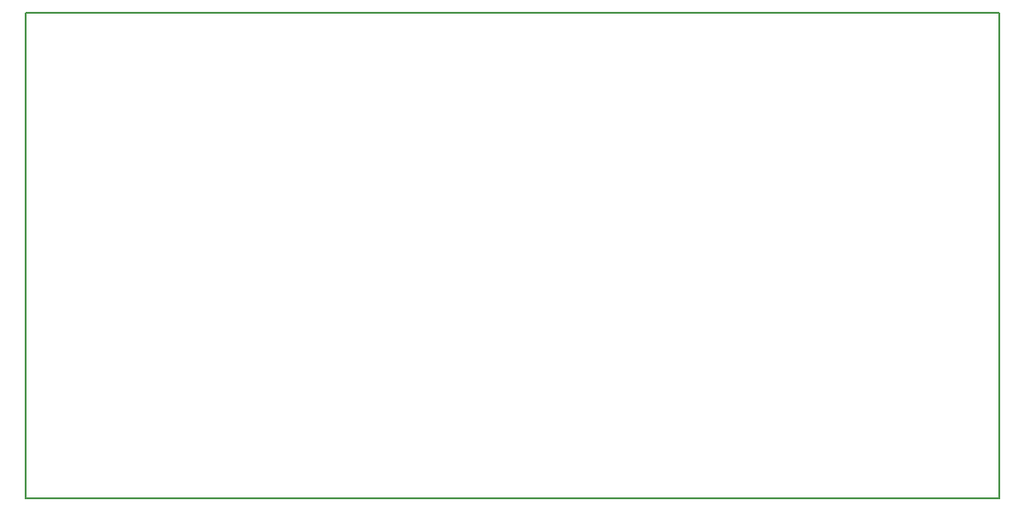
<source format=gm1>
G04 #@! TF.GenerationSoftware,KiCad,Pcbnew,7.0.1-0*
G04 #@! TF.CreationDate,2024-02-17T19:13:57+01:00*
G04 #@! TF.ProjectId,parallel_trail,70617261-6c6c-4656-9c5f-747261696c2e,rev?*
G04 #@! TF.SameCoordinates,Original*
G04 #@! TF.FileFunction,Profile,NP*
%FSLAX46Y46*%
G04 Gerber Fmt 4.6, Leading zero omitted, Abs format (unit mm)*
G04 Created by KiCad (PCBNEW 7.0.1-0) date 2024-02-17 19:13:57*
%MOMM*%
%LPD*%
G01*
G04 APERTURE LIST*
G04 #@! TA.AperFunction,Profile*
%ADD10C,0.200000*%
G04 #@! TD*
G04 APERTURE END LIST*
D10*
X46694000Y-79460000D02*
X136694000Y-79460000D01*
X136694000Y-124460000D01*
X46694000Y-124460000D01*
X46694000Y-79460000D01*
M02*

</source>
